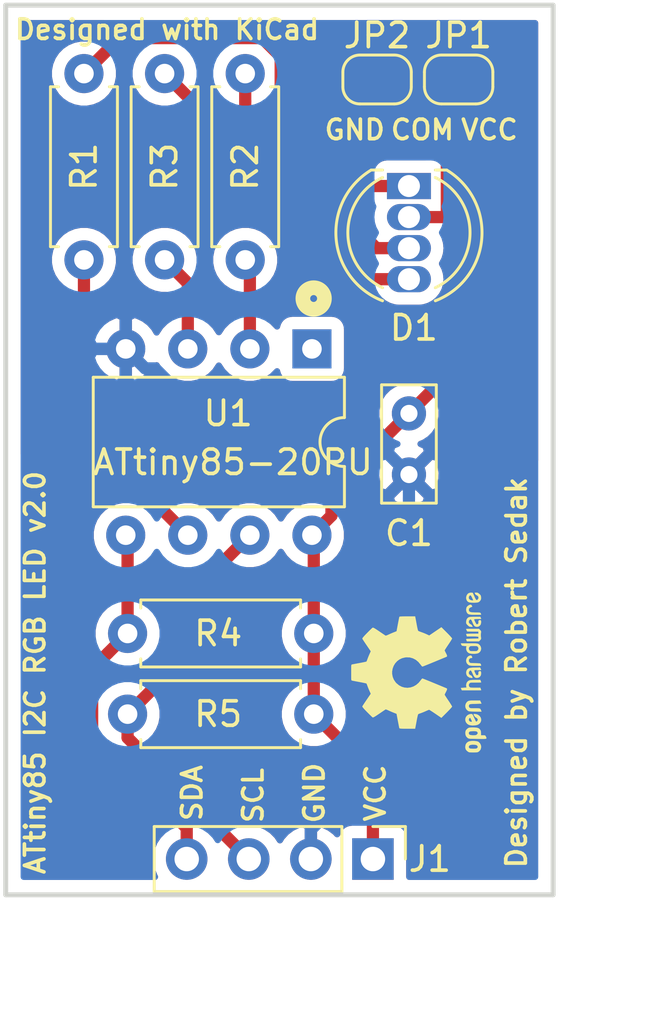
<source format=kicad_pcb>
(kicad_pcb (version 20211014) (generator pcbnew)
  (title_block (title "ATtiny85 I2C RGB LED") (date "2021-10-07") (rev "2.0") (company "Designed by Robert Sedak") (comment 4 "Open Source Hardware (OSHW)"))
  (layers (0 "F.Cu" signal) (31 "B.Cu" signal) (34 "B.Paste" user) (35 "F.Paste" user) (36 "B.SilkS" user "B.Silkscreen") (37 "F.SilkS" user "F.Silkscreen") (38 "B.Mask" user) (39 "F.Mask" user) (44 "Edge.Cuts" user))
  (net 0 "")
  (net 1 "Net-(D1-Pad1)")
  (net 2 "Net-(R3-Pad2)")
  (net 3 "Net-(R2-Pad2)")
  (net 4 "Net-(R1-Pad2)")
  (net 5 "Net-(D1-Pad3)")
  (net 6 "Net-(D1-Pad4)")
  (net 7 "Net-(U1-Pad1)")
  (net 8 "SDA")
  (net 9 "SCL")
  (net 10 "GND")
  (net 11 "VCC")
  (net 12 "Net-(D1-Pad2)")
  (footprint "Resistor_THT:R_Axial_DIN0207_L6.3mm_D2.5mm_P7.62mm_Horizontal" (layer "F.Cu") (at 113.3 113.5 -90)
    (fp_text reference "R3" (at 3.81 0 -90) (layer "F.SilkS"))
    (fp_text value "560R")
    (fp_line (start 7.08 -1.37) (end 7.08 -1.04) (layer "F.SilkS") (width 0.12))
    (fp_line (start 7.08 1.37) (end 7.08 1.04) (layer "F.SilkS") (width 0.12))
    (fp_line (start 0.54 -1.04) (end 0.54 -1.37) (layer "F.SilkS") (width 0.12))
    (fp_line (start 0.54 1.37) (end 7.08 1.37) (layer "F.SilkS") (width 0.12))
    (fp_line (start 0.54 1.04) (end 0.54 1.37) (layer "F.SilkS") (width 0.12))
    (fp_line (start 0.54 -1.37) (end 7.08 -1.37) (layer "F.SilkS") (width 0.12))
    (pad "1" thru_hole circle locked (at 0 0 270) (size 1.6 1.6) (drill 0.8) (layers *.Cu *.Mask) (net 6 "Net-(D1-Pad4)"))
    (pad "2" thru_hole oval locked (at 7.62 0 270) (size 1.6 1.6) (drill 0.8) (layers *.Cu *.Mask) (net 2 "Net-(R3-Pad2)"))
  )
  (footprint "Resistor_THT:R_Axial_DIN0207_L6.3mm_D2.5mm_P7.62mm_Horizontal" (layer "F.Cu") (at 116.6 113.5 -90)
    (fp_text reference "R2" (at 3.81 0 -90) (layer "F.SilkS"))
    (fp_text value "620R")
    (fp_line (start 0.54 -1.37) (end 7.08 -1.37) (layer "F.SilkS") (width 0.12))
    (fp_line (start 7.08 1.37) (end 7.08 1.04) (layer "F.SilkS") (width 0.12))
    (fp_line (start 0.54 1.04) (end 0.54 1.37) (layer "F.SilkS") (width 0.12))
    (fp_line (start 7.08 -1.37) (end 7.08 -1.04) (layer "F.SilkS") (width 0.12))
    (fp_line (start 0.54 -1.04) (end 0.54 -1.37) (layer "F.SilkS") (width 0.12))
    (fp_line (start 0.54 1.37) (end 7.08 1.37) (layer "F.SilkS") (width 0.12))
    (pad "1" thru_hole circle locked (at 0 0 270) (size 1.6 1.6) (drill 0.8) (layers *.Cu *.Mask) (net 5 "Net-(D1-Pad3)"))
    (pad "2" thru_hole oval locked (at 7.62 0 270) (size 1.6 1.6) (drill 0.8) (layers *.Cu *.Mask) (net 3 "Net-(R2-Pad2)"))
  )
  (footprint "Resistor_THT:R_Axial_DIN0207_L6.3mm_D2.5mm_P7.62mm_Horizontal" (layer "F.Cu") (at 110 113.5 -90)
    (fp_text reference "R1" (at 3.81 0 -90) (layer "F.SilkS"))
    (fp_text value "560R")
    (fp_line (start 7.08 1.37) (end 7.08 1.04) (layer "F.SilkS") (width 0.12))
    (fp_line (start 7.08 -1.37) (end 7.08 -1.04) (layer "F.SilkS") (width 0.12))
    (fp_line (start 0.54 1.37) (end 7.08 1.37) (layer "F.SilkS") (width 0.12))
    (fp_line (start 0.54 -1.37) (end 7.08 -1.37) (layer "F.SilkS") (width 0.12))
    (fp_line (start 0.54 -1.04) (end 0.54 -1.37) (layer "F.SilkS") (width 0.12))
    (fp_line (start 0.54 1.04) (end 0.54 1.37) (layer "F.SilkS") (width 0.12))
    (pad "1" thru_hole circle locked (at 0 0 270) (size 1.6 1.6) (drill 0.8) (layers *.Cu *.Mask) (net 1 "Net-(D1-Pad1)"))
    (pad "2" thru_hole oval locked (at 7.62 0 270) (size 1.6 1.6) (drill 0.8) (layers *.Cu *.Mask) (net 4 "Net-(R1-Pad2)"))
  )
  (footprint "Package_DIP:DIP-8_W7.62mm" (layer "F.Cu") (at 119.33 124.76 -90)
    (fp_text reference "U1" (at 2.64 3.43) (layer "F.SilkS"))
    (fp_text value "ATtiny85-20PU" (at 4.64 3.23) (layer "F.SilkS"))
    (fp_line (start 2.81 -1.33) (end 1.16 -1.33) (layer "F.SilkS") (width 0.12))
    (fp_line (start 6.46 8.95) (end 6.46 -1.33) (layer "F.SilkS") (width 0.12))
    (fp_line (start 1.16 -1.33) (end 1.16 8.95) (layer "F.SilkS") (width 0.12))
    (fp_line (start 6.46 -1.33) (end 4.81 -1.33) (layer "F.SilkS") (width 0.12))
    (fp_line (start 1.16 8.95) (end 6.46 8.95) (layer "F.SilkS") (width 0.12))
    (fp_arc (start 4.81 -1.33) (mid 3.81 -0.33) (end 2.81 -1.33) (layer "F.SilkS") (width 0.12))
    (pad "1" thru_hole rect locked (at 0 0 270) (size 1.6 1.6) (drill 0.8) (layers *.Cu *.Mask) (net 7 "Net-(U1-Pad1)"))
    (pad "2" thru_hole oval locked (at 0 2.54 270) (size 1.6 1.6) (drill 0.8) (layers *.Cu *.Mask) (net 3 "Net-(R2-Pad2)"))
    (pad "3" thru_hole oval locked (at 0 5.08 270) (size 1.6 1.6) (drill 0.8) (layers *.Cu *.Mask) (net 2 "Net-(R3-Pad2)"))
    (pad "4" thru_hole oval locked (at 0 7.62 270) (size 1.6 1.6) (drill 0.8) (layers *.Cu *.Mask) (net 10 "GND"))
    (pad "5" thru_hole oval locked (at 7.62 7.62 270) (size 1.6 1.6) (drill 0.8) (layers *.Cu *.Mask) (net 8 "SDA"))
    (pad "6" thru_hole oval locked (at 7.62 5.08 270) (size 1.6 1.6) (drill 0.8) (layers *.Cu *.Mask) (net 4 "Net-(R1-Pad2)"))
    (pad "7" thru_hole oval locked (at 7.62 2.54 270) (size 1.6 1.6) (drill 0.8) (layers *.Cu *.Mask) (net 9 "SCL"))
    (pad "8" thru_hole oval locked (at 7.62 0 270) (size 1.6 1.6) (drill 0.8) (layers *.Cu *.Mask) (net 11 "VCC"))
  )
  (footprint "Capacitor_THT:C_Rect_L4.6mm_W2.0mm_P2.50mm_MKS02_FKP02" (layer "F.Cu") (at 123.3 127.4 -90)
    (fp_text reference "C1" (at 4.9 0) (layer "F.SilkS"))
    (fp_text value "0.1uF")
    (fp_line (start -1.17 -1.12) (end 3.67 -1.12) (layer "F.SilkS") (width 0.12))
    (fp_line (start -1.17 1.12) (end 3.67 1.12) (layer "F.SilkS") (width 0.12))
    (fp_line (start -1.17 -1.12) (end -1.17 1.12) (layer "F.SilkS") (width 0.12))
    (fp_line (start 3.67 -1.12) (end 3.67 1.12) (layer "F.SilkS") (width 0.12))
    (pad "1" thru_hole circle locked (at 0 0 270) (size 1.4 1.4) (drill 0.7) (layers *.Cu *.Mask) (net 11 "VCC"))
    (pad "2" thru_hole circle locked (at 2.5 0 270) (size 1.4 1.4) (drill 0.7) (layers *.Cu *.Mask) (net 10 "GND"))
  )
  (footprint "LED_THT:LED_D5.0mm-4_RGB" (layer "F.Cu") (at 123.3 118.1 -90)
    (fp_text reference "D1" (at 5.8 -0.2) (layer "F.SilkS"))
    (fp_text value "LED_RCGB")
    (fp_line (start -0.655 -1.545) (end -0.655 -1.08) (layer "F.SilkS") (width 0.12))
    (fp_line (start -0.655 1.08) (end -0.655 1.545) (layer "F.SilkS") (width 0.12))
    (fp_arc (start 4.692815 1.080827) (mid 2.163456 2.978808) (end -0.655 1.54483) (layer "F.SilkS") (width 0.12))
    (fp_arc (start -0.349684 -1.08) (mid 1.904762 -2.5) (end 4.159479 -1.080429) (layer "F.SilkS") (width 0.12))
    (fp_arc (start -0.655 -1.54483) (mid 2.163456 -2.978809) (end 4.692815 -1.080827) (layer "F.SilkS") (width 0.12))
    (fp_arc (start 4.159479 1.080429) (mid 1.904762 2.5) (end -0.349684 1.08) (layer "F.SilkS") (width 0.12))
    (pad "1" thru_hole rect locked (at 0 0 270) (size 1.07 1.8) (drill 0.9) (layers *.Cu *.Mask) (net 1 "Net-(D1-Pad1)"))
    (pad "2" thru_hole oval locked (at 1.27 0 270) (size 1.07 1.8) (drill 0.9) (layers *.Cu *.Mask) (net 12 "Net-(D1-Pad2)"))
    (pad "3" thru_hole oval locked (at 2.54 0 270) (size 1.07 1.8) (drill 0.9) (layers *.Cu *.Mask) (net 5 "Net-(D1-Pad3)"))
    (pad "4" thru_hole oval locked (at 3.81 0 270) (size 1.07 1.8) (drill 0.9) (layers *.Cu *.Mask) (net 6 "Net-(D1-Pad4)"))
  )
  (footprint "Connector_PinHeader_2.54mm:PinHeader_1x04_P2.54mm_Vertical" (layer "F.Cu") (at 121.8254 145.6264 -90)
    (fp_text reference "J1" (at 0 -2.33) (layer "F.SilkS"))
    (fp_text value "Conn_01x04_Male")
    (fp_line (start -1.33 8.95) (end 1.33 8.95) (layer "F.SilkS") (width 0.12))
    (fp_line (start 1.33 1.27) (end 1.33 8.95) (layer "F.SilkS") (width 0.12))
    (fp_line (start -1.33 1.27) (end 1.33 1.27) (layer "F.SilkS") (width 0.12))
    (fp_line (start -1.33 0) (end -1.33 -1.33) (layer "F.SilkS") (width 0.12))
    (fp_line (start -1.33 1.27) (end -1.33 8.95) (layer "F.SilkS") (width 0.12))
    (fp_line (start -1.33 -1.33) (end 0 -1.33) (layer "F.SilkS") (width 0.12))
    (pad "1" thru_hole rect locked (at 0 0 270) (size 1.7 1.7) (drill 1) (layers *.Cu *.Mask) (net 11 "VCC"))
    (pad "2" thru_hole oval locked (at 0 2.54 270) (size 1.7 1.7) (drill 1) (layers *.Cu *.Mask) (net 10 "GND"))
    (pad "3" thru_hole oval locked (at 0 5.08 270) (size 1.7 1.7) (drill 1) (layers *.Cu *.Mask) (net 9 "SCL"))
    (pad "4" thru_hole oval locked (at 0 7.62 270) (size 1.7 1.7) (drill 1) (layers *.Cu *.Mask) (net 8 "SDA"))
  )
  (footprint "Resistor_THT:R_Axial_DIN0207_L6.3mm_D2.5mm_P7.62mm_Horizontal" (layer "F.Cu") (at 111.7854 136.4)
    (fp_text reference "R4" (at 3.7084 0) (layer "F.SilkS"))
    (fp_text value "4.7K")
    (fp_line (start 0.54 -1.37) (end 7.08 -1.37) (layer "F.SilkS") (width 0.12))
    (fp_line (start 0.54 1.37) (end 7.08 1.37) (layer "F.SilkS") (width 0.12))
    (fp_line (start 0.54 1.04) (end 0.54 1.37) (layer "F.SilkS") (width 0.12))
    (fp_line (start 7.08 1.37) (end 7.08 1.04) (layer "F.SilkS") (width 0.12))
    (fp_line (start 0.54 -1.04) (end 0.54 -1.37) (layer "F.SilkS") (width 0.12))
    (fp_line (start 7.08 -1.37) (end 7.08 -1.04) (layer "F.SilkS") (width 0.12))
    (pad "1" thru_hole circle locked (at 0 0) (size 1.6 1.6) (drill 0.8) (layers *.Cu *.Mask) (net 8 "SDA"))
    (pad "2" thru_hole oval locked (at 7.62 0) (size 1.6 1.6) (drill 0.8) (layers *.Cu *.Mask) (net 11 "VCC"))
  )
  (footprint "Resistor_THT:R_Axial_DIN0207_L6.3mm_D2.5mm_P7.62mm_Horizontal" (layer "F.Cu") (at 111.7854 139.7)
    (fp_text reference "R5" (at 3.7084 0) (layer "F.SilkS"))
    (fp_text value "4.7K")
    (fp_line (start 7.08 1.37) (end 7.08 1.04) (layer "F.SilkS") (width 0.12))
    (fp_line (start 0.54 -1.04) (end 0.54 -1.37) (layer "F.SilkS") (width 0.12))
    (fp_line (start 0.54 -1.37) (end 7.08 -1.37) (layer "F.SilkS") (width 0.12))
    (fp_line (start 0.54 1.04) (end 0.54 1.37) (layer "F.SilkS") (width 0.12))
    (fp_line (start 7.08 -1.37) (end 7.08 -1.04) (layer "F.SilkS") (width 0.12))
    (fp_line (start 0.54 1.37) (end 7.08 1.37) (layer "F.SilkS") (width 0.12))
    (pad "1" thru_hole circle locked (at 0 0) (size 1.6 1.6) (drill 0.8) (layers *.Cu *.Mask) (net 9 "SCL"))
    (pad "2" thru_hole oval locked (at 7.62 0) (size 1.6 1.6) (drill 0.8) (layers *.Cu *.Mask) (net 11 "VCC"))
  )
  (footprint "Jumper:SolderJumper-2_P1.3mm_Open_RoundedPad1.0x1.5mm" (layer "F.Cu") (at 125.334 113.7412 180)
    (fp_text reference "JP1" (at 0 1.8 180) (layer "F.SilkS"))
    (fp_text value "SolderJumper_2_Open")
    (fp_line (start 1.4 -0.3) (end 1.4 0.3) (layer "F.SilkS") (width 0.12))
    (fp_line (start -0.7 -1) (end 0.7 -1) (layer "F.SilkS") (width 0.12))
    (fp_line (start -1.4 0.3) (end -1.4 -0.3) (layer "F.SilkS") (width 0.12))
    (fp_line (start 0.7 1) (end -0.7 1) (layer "F.SilkS") (width 0.12))
    (fp_arc (start 1.4 0.3) (mid 1.194975 0.794975) (end 0.7 1) (layer "F.SilkS") (width 0.12))
    (fp_arc (start 0.7 -1) (mid 1.194975 -0.794975) (end 1.4 -0.3) (layer "F.SilkS") (width 0.12))
    (fp_arc (start -1.4 -0.3) (mid -1.194975 -0.794975) (end -0.7 -1) (layer "F.SilkS") (width 0.12))
    (fp_arc (start -0.7 1) (mid -1.194975 0.794975) (end -1.4 0.3) (layer "F.SilkS") (width 0.12))
    (pad "1" smd custom locked (at -0.65 0 180) (size 1 0.5) (layers "F.Cu" "F.Mask") (net 11 "VCC") (options (clearance outline) (anchor rect)) (primitives (gr_circle (center 0 0.25) (end 0.5 0.25) (width 0) (fill yes)) (gr_circle (center 0 -0.25) (end 0.5 -0.25) (width 0) (fill yes)) (gr_poly (pts (xy 0 -0.75) (xy 0.5 -0.75) (xy 0.5 0.75) (xy 0 0.75)) (width 0) (fill yes))))
    (pad "2" smd custom locked (at 0.65 0 180) (size 1 0.5) (layers "F.Cu" "F.Mask") (net 12 "Net-(D1-Pad2)") (options (clearance outline) (anchor rect)) (primitives (gr_circle (center 0 0.25) (end 0.5 0.25) (width 0) (fill yes)) (gr_circle (center 0 -0.25) (end 0.5 -0.25) (width 0) (fill yes)) (gr_poly (pts (xy 0 -0.75) (xy -0.5 -0.75) (xy -0.5 0.75) (xy 0 0.75)) (width 0) (fill yes))))
  )
  (footprint "Jumper:SolderJumper-2_P1.3mm_Open_RoundedPad1.0x1.5mm" (layer "F.Cu") (at 121.9962 113.7412 180)
    (fp_text reference "JP2" (at 0 1.8 180) (layer "F.SilkS"))
    (fp_text value "SolderJumper_2_Open")
    (fp_line (start 1.4 -0.3) (end 1.4 0.3) (layer "F.SilkS") (width 0.12))
    (fp_line (start 0.7 1) (end -0.7 1) (layer "F.SilkS") (width 0.12))
    (fp_line (start -0.7 -1) (end 0.7 -1) (layer "F.SilkS") (width 0.12))
    (fp_line (start -1.4 0.3) (end -1.4 -0.3) (layer "F.SilkS") (width 0.12))
    (fp_arc (start -1.4 -0.3) (mid -1.194975 -0.794975) (end -0.7 -1) (layer "F.SilkS") (width 0.12))
    (fp_arc (start 1.4 0.3) (mid 1.194975 0.794975) (end 0.7 1) (layer "F.SilkS") (width 0.12))
    (fp_arc (start -0.7 1) (mid -1.194975 0.794975) (end -1.4 0.3) (layer "F.SilkS") (width 0.12))
    (fp_arc (start 0.7 -1) (mid 1.194975 -0.794975) (end 1.4 -0.3) (layer "F.SilkS") (width 0.12))
    (pad "1" smd custom locked (at -0.65 0 180) (size 1 0.5) (layers "F.Cu" "F.Mask") (net 12 "Net-(D1-Pad2)") (options (clearance outline) (anchor rect)) (primitives (gr_circle (center 0 0.25) (end 0.5 0.25) (width 0) (fill yes)) (gr_circle (center 0 -0.25) (end 0.5 -0.25) (width 0) (fill yes)) (gr_poly (pts (xy 0 -0.75) (xy 0.5 -0.75) (xy 0.5 0.75) (xy 0 0.75)) (width 0) (fill yes))))
    (pad "2" smd custom locked (at 0.65 0 180) (size 1 0.5) (layers "F.Cu" "F.Mask") (net 10 "GND") (options (clearance outline) (anchor rect)) (primitives (gr_circle (center 0 0.25) (end 0.5 0.25) (width 0) (fill yes)) (gr_circle (center 0 -0.25) (end 0.5 -0.25) (width 0) (fill yes)) (gr_poly (pts (xy 0 -0.75) (xy -0.5 -0.75) (xy -0.5 0.75) (xy 0 0.75)) (width 0) (fill yes))))
  )
  (footprint "Symbol:OSHW-Logo2_7.3x6mm_SilkScreen" (layer "F.Cu") (at 123.698 137.9982 90)
    (fp_text reference "REF**" hide)
    (fp_text value "OSHW-Logo2_7.3x6mm_SilkScreen" hide)
    (fp_poly (pts (xy -2.400256 1.919918) (xy -2.344799 1.947568) (xy -2.295852 1.99848) (xy -2.282371 2.017338) (xy -2.267686 2.042015) (xy -2.258158 2.068816) (xy -2.252707 2.104587) (xy -2.250253 2.156169) (xy -2.249714 2.224267) (xy -2.252148 2.317588) (xy -2.260606 2.387657) (xy -2.276826 2.439931) (xy -2.302546 2.479869) (xy -2.339503 2.512929) (xy -2.342218 2.514886) (xy -2.37864 2.534908) (xy -2.422498 2.544815) (xy -2.478276 2.547257) (xy -2.568952 2.547257) (xy -2.56899 2.635283) (xy -2.569834 2.684308) (xy -2.574976 2.713065) (xy -2.588413 2.730311) (xy -2.614142 2.744808) (xy -2.620321 2.747769) (xy -2.649236 2.761648) (xy -2.671624 2.770414) (xy -2.688271 2.771171) (xy -2.699964 2.761023) (xy -2.70749 2.737073) (xy -2.711634 2.696426) (xy -2.713185 2.636186) (xy -2.712929 2.553455) (xy -2.711651 2.445339) (xy -2.711252 2.413) (xy -2.709815 2.301524) (xy -2.708528 2.228603) (xy -2.569029 2.228603) (xy -2.568245 2.290499) (xy -2.56476 2.330997) (xy -2.556876 2.357708) (xy -2.542895 2.378244) (xy -2.533403 2.38826) (xy -2.494596 2.417567) (xy -2.460237 2.419952) (xy -2.424784 2.39575) (xy -2.423886 2.394857) (xy -2.409461 2.376153) (xy -2.400687 2.350732) (xy -2.396261 2.311584) (xy -2.394882 2.251697) (xy -2.394857 2.23843) (xy -2.398188 2.155901) (xy -2.409031 2.098691) (xy -2.42866 2.063766) (xy -2.45835 2.048094) (xy -2.475509 2.046514) (xy -2.516234 2.053926) (xy -2.544168 2.07833) (xy -2.560983 2.12298) (xy -2.56835 2.19113) (xy -2.569029 2.228603) (xy -2.708528 2.228603) (xy -2.708292 2.215245) (xy -2.706323 2.150333) (xy -2.70355 2.102958) (xy -2.699612 2.06929) (xy -2.694151 2.045498) (xy -2.686808 2.027753) (xy -2.677223 2.012224) (xy -2.673113 2.006381) (xy -2.618595 1.951185) (xy -2.549664 1.91989) (xy -2.469928 1.911165) (xy -2.400256 1.919918)) (layer "F.SilkS") (width 0.01) (fill solid))
    (fp_poly (pts (xy -0.624114 1.851289) (xy -0.619861 1.910613) (xy -0.614975 1.945572) (xy -0.608205 1.96082) (xy -0.598298 1.961015) (xy -0.595086 1.959195) (xy -0.552356 1.946015) (xy -0.496773 1.946785) (xy -0.440263 1.960333) (xy -0.404918 1.977861) (xy -0.368679 2.005861) (xy -0.342187 2.037549) (xy -0.324001 2.077813) (xy -0.312678 2.131543) (xy -0.306778 2.203626) (xy -0.304857 2.298951) (xy -0.304823 2.317237) (xy -0.3048 2.522646) (xy -0.350509 2.53858) (xy -0.382973 2.54942) (xy -0.400785 2.554468) (xy -0.401309 2.554514) (xy -0.403063 2.540828) (xy -0.404556 2.503076) (xy -0.405674 2.446224) (xy -0.406303 2.375234) (xy -0.4064 2.332073) (xy -0.406602 2.246973) (xy -0.407642 2.185981) (xy -0.410169 2.144177) (xy -0.414836 2.116642) (xy -0.422293 2.098456) (xy -0.433189 2.084698) (xy -0.439993 2.078073) (xy -0.486728 2.051375) (xy -0.537728 2.049375) (xy -0.583999 2.071955) (xy -0.592556 2.080107) (xy -0.605107 2.095436) (xy -0.613812 2.113618) (xy -0.619369 2.139909) (xy -0.622474 2.179562) (xy -0.623824 2.237832) (xy -0.624114 2.318173) (xy -0.624114 2.522646) (xy -0.669823 2.53858) (xy -0.702287 2.54942) (xy -0.720099 2.554468) (xy -0.720623 2.554514) (xy -0.721963 2.540623) (xy -0.723172 2.501439) (xy -0.724199 2.4407) (xy -0.724998 2.362141) (xy -0.725519 2.269498) (xy -0.725714 2.166509) (xy -0.725714 1.769342) (xy -0.678543 1.749444) (xy -0.631371 1.729547) (xy -0.624114 1.851289)) (layer "F.SilkS") (width 0.01) (fill solid))
    (fp_poly (pts (xy 2.6526 1.958752) (xy 2.669948 1.966334) (xy 2.711356 1.999128) (xy 2.746765 2.046547) (xy 2.768664 2.097151) (xy 2.772229 2.122098) (xy 2.760279 2.156927) (xy 2.734067 2.175357) (xy 2.705964 2.186516) (xy 2.693095 2.188572) (xy 2.686829 2.173649) (xy 2.674456 2.141175) (xy 2.669028 2.126502) (xy 2.63859 2.075744) (xy 2.59452 2.050427) (xy 2.53801 2.051206) (xy 2.533825 2.052203) (xy 2.503655 2.066507) (xy 2.481476 2.094393) (xy 2.466327 2.139287) (xy 2.45725 2.204615) (xy 2.453286 2.293804) (xy 2.452914 2.341261) (xy 2.45273 2.416071) (xy 2.451522 2.467069) (xy 2.448309 2.499471) (xy 2.442109 2.518495) (xy 2.43194 2.529356) (xy 2.416819 2.537272) (xy 2.415946 2.53767) (xy 2.386828 2.549981) (xy 2.372403 2.554514) (xy 2.370186 2.540809) (xy 2.368289 2.502925) (xy 2.366847 2.445715) (xy 2.365998 2.374027) (xy 2.365829 2.321565) (xy 2.366692 2.220047) (xy 2.37007 2.143032) (xy 2.377142 2.086023) (xy 2.389088 2.044526) (xy 2.40709 2.014043) (xy 2.432327 1.99008) (xy 2.457247 1.973355) (xy 2.517171 1.951097) (xy 2.586911 1.946076) (xy 2.6526 1.958752)) (layer "F.SilkS") (width 0.01) (fill solid))
    (fp_poly (pts (xy 2.144876 1.956335) (xy 2.186667 1.975344) (xy 2.219469 1.998378) (xy 2.243503 2.024133) (xy 2.260097 2.057358) (xy 2.270577 2.1028) (xy 2.276271 2.165207) (xy 2.278507 2.249327) (xy 2.278743 2.304721) (xy 2.278743 2.520826) (xy 2.241774 2.53767) (xy 2.212656 2.549981) (xy 2.198231 2.554514) (xy 2.195472 2.541025) (xy 2.193282 2.504653) (xy 2.191942 2.451542) (xy 2.191657 2.409372) (xy 2.190434 2.348447) (xy 2.187136 2.300115) (xy 2.182321 2.270518) (xy 2.178496 2.264229) (xy 2.152783 2.270652) (xy 2.112418 2.287125) (xy 2.065679 2.309458) (xy 2.020845 2.333457) (xy 1.986193 2.35493) (xy 1.970002 2.369685) (xy 1.969938 2.369845) (xy 1.97133 2.397152) (xy 1.983818 2.423219) (xy 2.005743 2.444392) (xy 2.037743 2.451474) (xy 2.065092 2.450649) (xy 2.103826 2.450042) (xy 2.124158 2.459116) (xy 2.136369 2.483092) (xy 2.137909 2.487613) (xy 2.143203 2.521806) (xy 2.129047 2.542568) (xy 2.092148 2.552462) (xy 2.052289 2.554292) (xy 1.980562 2.540727) (xy 1.943432 2.521355) (xy 1.897576 2.475845) (xy 1.873256 2.419983) (xy 1.871073 2.360957) (xy 1.891629 2.305953) (xy 1.922549 2.271486) (xy 1.95342 2.252189) (xy 2.001942 2.227759) (xy 2.058485 2.202985) (xy 2.06791 2.199199) (xy 2.130019 2.171791) (xy 2.165822 2.147634) (xy 2.177337 2.123619) (xy 2.16658 2.096635) (xy 2.148114 2.075543) (xy 2.104469 2.049572) (xy 2.056446 2.047624) (xy 2.012406 2.067637) (xy 1.980709 2.107551) (xy 1.976549 2.117848) (xy 1.952327 2.155724) (xy 1.916965 2.183842) (xy 1.872343 2.206917) (xy 1.872343 2.141485) (xy 1.874969 2.101506) (xy 1.88623 2.069997) (xy 1.911199 2.036378) (xy 1.935169 2.010484) (xy 1.972441 1.973817) (xy 2.001401 1.954121) (xy 2.032505 1.94622) (xy 2.067713 1.944914) (xy 2.144876 1.956335)) (layer "F.SilkS") (width 0.01) (fill solid))
    (fp_poly (pts (xy 0.039744 1.950968) (xy 0.096616 1.972087) (xy 0.097267 1.972493) (xy 0.13244 1.99838) (xy 0.158407 2.028633) (xy 0.17667 2.068058) (xy 0.188732 2.121462) (xy 0.196096 2.193651) (xy 0.200264 2.289432) (xy 0.200629 2.303078) (xy 0.205876 2.508842) (xy 0.161716 2.531678) (xy 0.129763 2.54711) (xy 0.11047 2.554423) (xy 0.109578 2.554514) (xy 0.106239 2.541022) (xy 0.103587 2.504626) (xy 0.101956 2.451452) (xy 0.1016 2.408393) (xy 0.101592 2.338641) (xy 0.098403 2.294837) (xy 0.087288 2.273944) (xy 0.063501 2.272925) (xy 0.022296 2.288741) (xy -0.039914 2.317815) (xy -0.085659 2.341963) (xy -0.109187 2.362913) (xy -0.116104 2.385747) (xy -0.116114 2.386877) (xy -0.104701 2.426212) (xy -0.070908 2.447462) (xy -0.019191 2.450539) (xy 0.018061 2.450006) (xy 0.037703 2.460735) (xy 0.049952 2.486505) (xy 0.057002 2.519337) (xy 0.046842 2.537966) (xy 0.043017 2.540632) (xy 0.007001 2.55134) (xy -0.043434 2.552856) (xy -0.095374 2.545759) (xy -0.132178 2.532788) (xy -0.183062 2.489585) (xy -0.211986 2.429446) (xy -0.217714 2.382462) (xy -0.213343 2.340082) (xy -0.197525 2.305488) (xy -0.166203 2.274763) (xy -0.115322 2.24399) (xy -0.040824 2.209252) (xy -0.036286 2.207288) (xy 0.030821 2.176287) (xy 0.072232 2.150862) (xy 0.089981 2.128014) (xy 0.086107 2.104745) (xy 0.062643 2.078056) (xy 0.055627 2.071914) (xy 0.00863 2.0481) (xy -0.040067 2.049103) (xy -0.082478 2.072451) (xy -0.110616 2.115675) (xy -0.113231 2.12416) (xy -0.138692 2.165308) (xy -0.170999 2.185128) (xy -0.217714 2.20477) (xy -0.217714 2.15395) (xy -0.203504 2.080082) (xy -0.161325 2.012327) (xy -0.139376 1.989661) (xy -0.089483 1.960569) (xy -0.026033 1.9474) (xy 0.039744 1.950968)) (layer "F.SilkS") (width 0.01) (fill solid))
    (fp_poly (pts (xy 0.529926 1.949755) (xy 0.595858 1.974084) (xy 0.649273 2.017117) (xy 0.670164 2.047409) (xy 0.692939 2.102994) (xy 0.692466 2.143186) (xy 0.668562 2.170217) (xy 0.659717 2.174813) (xy 0.62153 2.189144) (xy 0.602028 2.185472) (xy 0.595422 2.161407) (xy 0.595086 2.148114) (xy 0.582992 2.09921) (xy 0.551471 2.064999) (xy 0.507659 2.048476) (xy 0.458695 2.052634) (xy 0.418894 2.074227) (xy 0.40545 2.086544) (xy 0.395921 2.101487) (xy 0.389485 2.124075) (xy 0.385317 2.159328) (xy 0.382597 2.212266) (xy 0.380502 2.287907) (xy 0.37996 2.311857) (xy 0.377981 2.39379) (xy 0.375731 2.451455) (xy 0.372357 2.489608) (xy 0.367006 2.513004) (xy 0.358824 2.526398) (xy 0.346959 2.534545) (xy 0.339362 2.538144) (xy 0.307102 2.550452) (xy 0.288111 2.554514) (xy 0.281836 2.540948) (xy 0.278006 2.499934) (xy 0.2766 2.430999) (xy 0.277598 2.333669) (xy 0.277908 2.318657) (xy 0.280101 2.229859) (xy 0.282693 2.165019) (xy 0.286382 2.119067) (xy 0.291864 2.086935) (xy 0.299835 2.063553) (xy 0.310993 2.043852) (xy 0.31683 2.03541) (xy 0.350296 1.998057) (xy 0.387727 1.969003) (xy 0.392309 1.966467) (xy 0.459426 1.946443) (xy 0.529926 1.949755)) (layer "F.SilkS") (width 0.01) (fill solid))
    (fp_poly (pts (xy 3.153595 1.966966) (xy 3.211021 2.004497) (xy 3.238719 2.038096) (xy 3.260662 2.099064) (xy 3.262405 2.147308) (xy 3.258457 2.211816) (xy 3.109686 2.276934) (xy 3.037349 2.310202) (xy 2.990084 2.336964) (xy 2.965507 2.360144) (xy 2.961237 2.382667) (xy 2.974889 2.407455) (xy 2.989943 2.423886) (xy 3.033746 2.450235) (xy 3.081389 2.452081) (xy 3.125145 2.431546) (xy 3.157289 2.390752) (xy 3.163038 2.376347) (xy 3.190576 2.331356) (xy 3.222258 2.312182) (xy 3.265714 2.295779) (xy 3.265714 2.357966) (xy 3.261872 2.400283) (xy 3.246823 2.435969) (xy 3.21528 2.476943) (xy 3.210592 2.482267) (xy 3.175506 2.51872) (xy 3.145347 2.538283) (xy 3.107615 2.547283) (xy 3.076335 2.55023) (xy 3.020385 2.550965) (xy 2.980555 2.54166) (xy 2.955708 2.527846) (xy 2.916656 2.497467) (xy 2.889625 2.464613) (xy 2.872517 2.423294) (xy 2.863238 2.367521) (xy 2.859693 2.291305) (xy 2.85941 2.252622) (xy 2.860372 2.206247) (xy 2.948007 2.206247) (xy 2.949023 2.231126) (xy 2.951556 2.2352) (xy 2.968274 2.229665) (xy 3.004249 2.215017) (xy 3.052331 2.19419) (xy 3.062386 2.189714) (xy 3.123152 2.158814) (xy 3.156632 2.131657) (xy 3.16399 2.10622) (xy 3.146391 2.080481) (xy 3.131856 2.069109) (xy 3.07941 2.046364) (xy 3.030322 2.050122) (xy 2.989227 2.077884) (xy 2.960758 2.127152) (xy 2.951631 2.166257) (xy 2.948007 2.206247) (xy 2.860372 2.206247) (xy 2.861285 2.162249) (xy 2.868196 2.095384) (xy 2.881884 2.046695) (xy 2.904096 2.010849) (xy 2.936574 1.982513) (xy 2.950733 1.973355) (xy 3.015053 1.949507) (xy 3.085473 1.948006) (xy 3.153595 1.966966)) (layer "F.SilkS") (width 0.01) (fill solid))
    (fp_poly (pts (xy -2.958885 1.921962) (xy -2.890855 1.957733) (xy -2.840649 2.015301) (xy -2.822815 2.052312) (xy -2.808937 2.107882) (xy -2.801833 2.178096) (xy -2.80116 2.254727) (xy -2.806573 2.329552) (xy -2.81773 2.394342) (xy -2.834286 2.440873) (xy -2.839374 2.448887) (xy -2.899645 2.508707) (xy -2.971231 2.544535) (xy -3.048908 2.55502) (xy -3.127452 2.53881) (xy -3.149311 2.529092) (xy -3.191878 2.499143) (xy -3.229237 2.459433) (xy -3.232768 2.454397) (xy -3.247119 2.430124) (xy -3.256606 2.404178) (xy -3.26221 2.370022) (xy -3.264914 2.321119) (xy -3.265701 2.250935) (xy -3.265714 2.2352) (xy -3.265678 2.230192) (xy -3.120571 2.230192) (xy -3.119727 2.29643) (xy -3.116404 2.340386) (xy -3.109417 2.368779) (xy -3.097584 2.388325) (xy -3.091543 2.394857) (xy -3.056814 2.41968) (xy -3.023097 2.418548) (xy -2.989005 2.397016) (xy -2.968671 2.374029) (xy -2.956629 2.340478) (xy -2.949866 2.287569) (xy -2.949402 2.281399) (xy -2.948248 2.185513) (xy -2.960312 2.114299) (xy -2.98543 2.068194) (xy -3.02344 2.047635) (xy -3.037008 2.046514) (xy -3.072636 2.052152) (xy -3.097006 2.071686) (xy -3.111907 2.109042) (xy -3.119125 2.16815) (xy -3.120571 2.230192) (xy -3.265678 2.230192) (xy -3.265174 2.160413) (xy -3.262904 2.108159) (xy -3.257932 2.071949) (xy -3.249287 2.045299) (xy -3.235995 2.021722) (xy -3.233057 2.017338) (xy -3.183687 1.958249) (xy -3.129891 1.923947) (xy -3.064398 1.910331) (xy -3.042158 1.909665) (xy -2.958885 1.921962)) (layer "F.SilkS") (width 0.01) (fill solid))
    (fp_poly (pts (xy 1.779833 1.958663) (xy 1.782048 1.99685) (xy 1.783784 2.054886) (xy 1.784899 2.12818) (xy 1.785257 2.205055) (xy 1.785257 2.465196) (xy 1.739326 2.511127) (xy 1.707675 2.539429) (xy 1.67989 2.550893) (xy 1.641915 2.550168) (xy 1.62684 2.548321) (xy 1.579726 2.542948) (xy 1.540756 2.539869) (xy 1.531257 2.539585) (xy 1.499233 2.541445) (xy 1.453432 2.546114) (xy 1.435674 2.548321) (xy 1.392057 2.551735) (xy 1.362745 2.54432) (xy 1.33368 2.521427) (xy 1.323188 2.511127) (xy 1.277257 2.465196) (xy 1.277257 1.978602) (xy 1.314226 1.961758) (xy 1.346059 1.949282) (xy 1.364683 1.944914) (xy 1.369458 1.958718) (xy 1.373921 1.997286) (xy 1.377775 2.056356) (xy 1.380722 2.131663) (xy 1.382143 2.195286) (xy 1.386114 2.445657) (xy 1.420759 2.450556) (xy 1.452268 2.447131) (xy 1.467708 2.436041) (xy 1.472023 2.415308) (xy 1.475708 2.371145) (xy 1.478469 2.309146) (xy 1.480012 2.234909) (xy 1.480235 2.196706) (xy 1.480457 1.976783) (xy 1.526166 1.960849) (xy 1.558518 1.950015) (xy 1.576115 1.944962) (xy 1.576623 1.944914) (xy 1.578388 1.958648) (xy 1.580329 1.99673) (xy 1.582282 2.054482) (xy 1.584084 2.127227) (xy 1.585343 2.195286) (xy 1.589314 2.445657) (xy 1.6764 2.445657) (xy 1.680396 2.21724) (xy 1.684392 1.988822) (xy 1.726847 1.966868) (xy 1.758192 1.951793) (xy 1.776744 1.944951) (xy 1.777279 1.944914) (xy 1.779833 1.958663)) (layer "F.SilkS") (width 0.01) (fill solid))
    (fp_poly (pts (xy -1.831697 1.931239) (xy -1.774473 1.969735) (xy -1.730251 2.025335) (xy -1.703833 2.096086) (xy -1.69849 2.148162) (xy -1.699097 2.169893) (xy -1.704178 2.186531) (xy -1.718145 2.201437) (xy -1.745411 2.217973) (xy -1.790388 2.239498) (xy -1.857489 2.269374) (xy -1.857829 2.269524) (xy -1.919593 2.297813) (xy -1.970241 2.322933) (xy -2.004596 2.342179) (xy -2.017482 2.352848) (xy -2.017486 2.352934) (xy -2.006128 2.376166) (xy -1.979569 2.401774) (xy -1.949077 2.420221) (xy -1.93363 2.423886) (xy -1.891485 2.411212) (xy -1.855192 2.379471) (xy -1.837483 2.344572) (xy -1.820448 2.318845) (xy -1.787078 2.289546) (xy -1.747851 2.264235) (xy -1.713244 2.250471) (xy -1.706007 2.249714) (xy -1.697861 2.26216) (xy -1.69737 2.293972) (xy -1.703357 2.336866) (xy -1.714643 2.382558) (xy -1.73005 2.422761) (xy -1.730829 2.424322) (xy -1.777196 2.489062) (xy -1.837289 2.533097) (xy -1.905535 2.554711) (xy -1.976362 2.552185) (xy -2.044196 2.523804) (xy -2.047212 2.521808) (xy -2.100573 2.473448) (xy -2.13566 2.410352) (xy -2.155078 2.327387) (xy -2.157684 2.304078) (xy -2.162299 2.194055) (xy -2.156767 2.142748) (xy -2.017486 2.142748) (xy -2.015676 2.174753) (xy -2.005778 2.184093) (xy -1.981102 2.177105) (xy -1.942205 2.160587) (xy -1.898725 2.139881) (xy -1.897644 2.139333) (xy -1.860791 2.119949) (xy -1.846 2.107013) (xy -1.849647 2.093451) (xy -1.865005 2.075632) (xy -1.904077 2.049845) (xy -1.946154 2.04795) (xy -1.983897 2.066717) (xy -2.009966 2.102915) (xy -2.017486 2.142748) (xy -2.156767 2.142748) (xy -2.152806 2.106027) (xy -2.12845 2.036212) (xy -2.094544 1.987302) (xy -2.033347 1.937878) (xy -1.965937 1.913359) (xy -1.89712 1.911797) (xy -1.831697 1.931239)) (layer "F.SilkS") (width 0.01) (fill solid))
    (fp_poly (pts (xy 1.190117 2.065358) (xy 1.189933 2.173837) (xy 1.189219 2.257287) (xy 1.187675 2.319704) (xy 1.185001 2.365085) (xy 1.180894 2.397429) (xy 1.175055 2.420733) (xy 1.167182 2.438995) (xy 1.161221 2.449418) (xy 1.111855 2.505945) (xy 1.049264 2.541377) (xy 0.980013 2.55409) (xy 0.910668 2.542463) (xy 0.869375 2.521568) (xy 0.826025 2.485422) (xy 0.796481 2.441276) (xy 0.778655 2.383462) (xy 0.770463 2.306313) (xy 0.769302 2.249714) (xy 0.769458 2.245647) (xy 0.870857 2.245647) (xy 0.871476 2.31055) (xy 0.874314 2.353514) (xy 0.88084 2.381622) (xy 0.892523 2.401953) (xy 0.906483 2.417288) (xy 0.953365 2.44689) (xy 1.003701 2.449419) (xy 1.051276 2.424705) (xy 1.054979 2.421356) (xy 1.070783 2.403935) (xy 1.080693 2.383209) (xy 1.086058 2.352362) (xy 1.088228 2.304577) (xy 1.088571 2.251748) (xy 1.087827 2.185381) (xy 1.084748 2.141106) (xy 1.078061 2.112009) (xy 1.066496 2.091173) (xy 1.057013 2.080107) (xy 1.01296 2.052198) (xy 0.962224 2.048843) (xy 0.913796 2.070159) (xy 0.90445 2.078073) (xy 0.88854 2.095647) (xy 0.87861 2.116587) (xy 0.873278 2.147782) (xy 0.871163 2.196122) (xy 0.870857 2.245647) (xy 0.769458 2.245647) (xy 0.77281 2.158568) (xy 0.784726 2.090086) (xy 0.807135 2.0386) (xy 0.842124 1.998443) (xy 0.869375 1.977861) (xy 0.918907 1.955625) (xy 0.976316 1.945304) (xy 1.029682 1.948067) (xy 1.059543 1.959212) (xy 1.071261 1.962383) (xy 1.079037 1.950557) (xy 1.084465 1.918866) (xy 1.088571 1.870593) (xy 1.093067 1.816829) (xy 1.099313 1.784482) (xy 1.110676 1.765985) (xy 1.130528 1.75377) (xy 1.143 1.748362) (xy 1.190171 1.728601) (xy 1.190117 2.065358)) (layer "F.SilkS") (width 0.01) (fill solid))
    (fp_poly (pts (xy 0.10391 -2.757652) (xy 0.182454 -2.757222) (xy 0.239298 -2.756058) (xy 0.278105 -2.753793) (xy 0.302538 -2.75006) (xy 0.316262 -2.744494) (xy 0.32294 -2.736727) (xy 0.326236 -2.726395) (xy 0.326556 -2.725057) (xy 0.331562 -2.700921) (xy 0.340829 -2.653299) (xy 0.353392 -2.587259) (xy 0.368287 -2.507872) (xy 0.384551 -2.420204) (xy 0.385119 -2.417125) (xy 0.40141 -2.331211) (xy 0.416652 -2.255304) (xy 0.429861 -2.193955) (xy 0.440054 -2.151718) (xy 0.446248 -2.133145) (xy 0.446543 -2.132816) (xy 0.464788 -2.123747) (xy 0.502405 -2.108633) (xy 0.551271 -2.090738) (xy 0.551543 -2.090642) (xy 0.613093 -2.067507) (xy 0.685657 -2.038035) (xy 0.754057 -2.008403) (xy 0.757294 -2.006938) (xy 0.868702 -1.956374) (xy 1.115399 -2.12484) (xy 1.191077 -2.176197) (xy 1.259631 -2.222111) (xy 1.317088 -2.25997) (xy 1.359476 -2.287163) (xy 1.382825 -2.301079) (xy 1.385042 -2.302111) (xy 1.40201 -2.297516) (xy 1.433701 -2.275345) (xy 1.481352 -2.234553) (xy 1.546198 -2.174095) (xy 1.612397 -2.109773) (xy 1.676214 -2.046388) (xy 1.733329 -1.988549) (xy 1.780305 -1.939825) (xy 1.813703 -1.90379) (xy 1.830085 -1.884016) (xy 1.830694 -1.882998) (xy 1.832505 -1.869428) (xy 1.825683 -1.847267) (xy 1.80854 -1.813522) (xy 1.779393 -1.7652) (xy 1.736555 -1.699308) (xy 1.679448 -1.614483) (xy 1.628766 -1.539823) (xy 1.583461 -1.47286) (xy 1.54615 -1.417484) (xy 1.519452 -1.37758) (xy 1.505985 -1.357038) (xy 1.505137 -1.355644) (xy 1.506781 -1.335962) (xy 1.519245 -1.297707) (xy 1.540048 -1.248111) (xy 1.547462 -1.232272) (xy 1.579814 -1.16171) (xy 1.614328 -1.081647) (xy 1.642365 -1.012371) (xy 1.662568 -0.960955) (xy 1.678615 -0.921881) (xy 1.687888 -0.901459) (xy 1.689041 -0.899886) (xy 1.706096 -0.897279) (xy 1.746298 -0.890137) (xy 1.804302 -0.879477) (xy 1.874763 -0.866315) (xy 1.952335 -0.851667) (xy 2.031672 -0.836551) (xy 2.107431 -0.821982) (xy 2.174264 -0.808978) (xy 2.226828 -0.798555) (xy 2.259776 -0.79173) (xy 2.267857 -0.789801) (xy 2.276205 -0.785038) (xy 2.282506 -0.774282) (xy 2.287045 -0.753902) (xy 2.290104 -0.720266) (xy 2.291967 -0.669745) (xy 2.292918 -0.598708) (xy 2.29324 -0.503524) (xy 2.293257 -0.464508) (xy 2.293257 -0.147201) (xy 2.217057 -0.132161) (xy 2.174663 -0.124005) (xy 2.1114 -0.112101) (xy 2.034962 -0.097884) (xy 1.953043 -0.08279) (xy 1.9304 -0.078645) (xy 1.854806 -0.063947) (xy 1.788953 -0.049495) (xy 1.738366 -0.036625) (xy 1.708574 -0.026678) (xy 1.703612 -0.023713) (xy 1.691426 -0.002717) (xy 1.673953 0.037967) (xy 1.654577 0.090322) (xy 1.650734 0.1016) (xy 1.625339 0.171523) (xy 1.593817 0.250418) (xy 1.562969 0.321266) (xy 1.562817 0.321595) (xy 1.511447 0.432733) (xy 1.680399 0.681253) (xy 1.849352 0.929772) (xy 1.632429 1.147058) (xy 1.566819 1.211726) (xy 1.506979 1.268733) (xy 1.456267 1.315033) (xy 1.418046 1.347584) (xy 1.395675 1.363343) (xy 1.392466 1.364343) (xy 1.373626 1.356469) (xy 1.33518 1.334578) (xy 1.28133 1.301267) (xy 1.216276 1.259131) (xy 1.14594 1.211943) (xy 1.074555 1.16381) (xy 1.010908 1.121928) (xy 0.959041 1.088871) (xy 0.922995 1.067218) (xy 0.906867 1.059543) (xy 0.887189 1.066037) (xy 0.849875 1.08315) (xy 0.802621 1.107326) (xy 0.797612 1.110013) (xy 0.733977 1.141927) (xy 0.690341 1.157579) (xy 0.663202 1.157745) (xy 0.649057 1.143204) (xy 0.648975 1.143) (xy 0.641905 1.125779) (xy 0.625042 1.084899) (xy 0.599695 1.023525) (xy 0.567171 0.944819) (xy 0.528778 0.851947) (xy 0.485822 0.748072) (xy 0.444222 0.647502) (xy 0.398504 0.536516) (xy 0.356526 0.433703) (xy 0.319548 0.342215) (xy 0.288827 0.265201) (xy 0.265622 0.205815) (xy 0.25119 0.167209) (xy 0.246743 0.1528) (xy 0.257896 0.136272) (xy 0.287069 0.10993) (xy 0.325971 0.080887) (xy 0.436757 -0.010961) (xy 0.523351 -0.116241) (xy 0.584716 -0.232734) (xy 0.619815 -0.358224) (xy 0.627608 -0.490493) (xy 0.621943 -0.551543) (xy 0.591078 -0.678205) (xy 0.53792 -0.790059) (xy 0.465767 -0.885999) (xy 0.377917 -0.964924) (xy 0.277665 -1.02573) (xy 0.16831 -1.067313) (xy 0.053147 -1.088572) (xy -0.064525 -1.088401) (xy -0.18141 -1.065699) (xy -0.294211 -1.019362) (xy -0.399631 -0.948287) (xy -0.443632 -0.908089) (xy -0.528021 -0.804871) (xy -0.586778 -0.692075) (xy -0.620296 -0.57299) (xy -0.628965 -0.450905) (xy -0.613177 -0.329107) (xy -0.573322 -0.210884) (xy -0.509793 -0.099525) (xy -0.422979 0.001684) (xy -0.325971 0.080887) (xy -0.285563 0.111162) (xy -0.257018 0.137219) (xy -0.246743 0.152825) (xy -0.252123 0.169843) (xy -0.267425 0.2105) (xy -0.291388 0.271642) (xy -0.322756 0.350119) (xy -0.360268 0.44278) (xy -0.402667 0.546472) (xy -0.444337 0.647526) (xy -0.49031 0.758607) (xy -0.532893 0.861541) (xy -0.570779 0.953165) (xy -0.60266 1.030316) (xy -0.627229 1.089831) (xy -0.64318 1.128544) (xy -0.64909 1.143) (xy -0.663052 1.157685) (xy -0.69006 1.157642) (xy -0.733587 1.142099) (xy -0.79711 1.110284) (xy -0.797612 1.110013) (xy -0.84544 1.085323) (xy -0.884103 1.067338) (xy -0.905905 1.059614) (xy -0.906867 1.059543) (xy -0.923279 1.067378) (xy -0.959513 1.089165) (xy -1.011526 1.122328) (xy -1.075275 1.164291) (xy -1.14594 1.211943) (xy -1.217884 1.260191) (xy -1.282726 1.302151) (xy -1.336265 1.335227) (xy -1.374303 1.356821) (xy -1.392467 1.364343) (xy -1.409192 1.354457) (xy -1.44282 1.326826) (xy -1.48999 1.284495) (xy -1.547342 1.230505) (xy -1.611516 1.167899) (xy -1.632503 1.146983) (xy -1.849501 0.929623) (xy -1.684332 0.68722) (xy -1.634136 0.612781) (xy -1.590081 0.545972) (xy -1.554638 0.490665) (xy -1.530281 0.450729) (xy -1.519478 0.430036) (xy -1.519162 0.428563) (xy -1.524857 0.409058) (xy -1.540174 0.369822) (xy -1.562463 0.31743) (xy -1.578107 0.282355) (xy -1.607359 0.215201) (xy -1.634906 0.147358) (xy -1.656263 0.090034) (xy -1.662065 0.072572) (xy -1.678548 0.025938) (xy -1.69466 -0.010095) (xy -1.70351 -0.023713) (xy -1.72304 -0.032048) (xy -1.765666 -0.043863) (xy -1.825855 -0.057819) (xy -1.898078 -0.072578) (xy -1.9304 -0.078645) (xy -2.012478 -0.093727) (xy -2.091205 -0.108331) (xy -2.158891 -0.12102) (xy -2.20784 -0.130358) (xy -2.217057 -0.132161) (xy -2.293257 -0.147201) (xy -2.293257 -0.464508) (xy -2.293086 -0.568846) (xy -2.292384 -0.647787) (xy -2.290866 -0.704962) (xy -2.288251 -0.744001) (xy -2.284254 -0.768535) (xy -2.278591 -0.782195) (xy -2.27098 -0.788611) (xy -2.267857 -0.789801) (xy -2.249022 -0.79402) (xy -2.207412 -0.802438) (xy -2.14837 -0.814039) (xy -2.077243 -0.827805) (xy -1.999375 -0.84272) (xy -1.920113 -0.857768) (xy -1.844802 -0.871931) (xy -1.778787 -0.884194) (xy -1.727413 -0.893539) (xy -1.696025 -0.89895) (xy -1.689041 -0.899886) (xy -1.682715 -0.912404) (xy -1.66871 -0.945754) (xy -1.649645 -0.993623) (xy -1.642366 -1.012371) (xy -1.613004 -1.084805) (xy -1.578429 -1.16483) (xy -1.547463 -1.232272) (xy -1.524677 -1.283841) (xy -1.509518 -1.326215) (xy -1.504458 -1.352166) (xy -1.505264 -1.355644) (xy -1.515959 -1.372064) (xy -1.54038 -1.408583) (xy -1.575905 -1.461313) (xy -1.619913 -1.526365) (xy -1.669783 -1.599849) (xy -1.679644 -1.614355) (xy -1.737508 -1.700296) (xy -1.780044 -1.765739) (xy -1.808946 -1.813696) (xy -1.82591 -1.84718) (xy -1.832633 -1.869205) (xy -1.83081 -1.882783) (xy -1.830764 -1.882869) (xy -1.816414 -1.900703) (xy -1.784677 -1.935183) (xy -1.73899 -1.982732) (xy -1.682796 -2.039778) (xy -1.619532 -2.102745) (xy -1.612398 -2.109773) (xy -1.53267 -2.18698) (xy -1.471143 -2.24367) (xy -1.426579 -2.28089) (xy -1.397743 -2.299685) (xy -1.385042 -2.302111) (xy -1.366506 -2.291529) (xy -1.328039 -2.267084) (xy -1.273614 -2.231388) (xy -1.207202 -2.187053) (xy -1.132775 -2.136689) (xy -1.115399 -2.12484) (xy -0.868703 -1.956374) (xy -0.757294 -2.006938) (xy -0.689543 -2.036405) (xy -0.616817 -2.066041) (xy -0.554297 -2.08967) (xy -0.551543 -2.090642) (xy -0.50264 -2.108543) (xy -0.464943 -2.12368) (xy -0.446575 -2.13279) (xy -0.446544 -2.132816) (xy -0.440715 -2.149283) (xy -0.430808 -2.189781) (xy -0.417805 -2.249758) (xy -0.402691 -2.32466) (xy -0.386448 -2.409936) (xy -0.385119 -2.417125) (xy -0.368825 -2.504986) (xy -0.353867 -2.58474) (xy -0.341209 -2.651319) (xy -0.331814 -2.699653) (xy -0.326646 -2.724675) (xy -0.326556 -2.725057) (xy -0.323411 -2.735701) (xy -0.317296 -2.743738) (xy -0.304547 -2.749533) (xy -0.2815 -2.753453) (xy -0.244491 -2.755865) (xy -0.189856 -2.757135) (xy -0.113933 -2.757629) (xy -0.013056 -2.757714) (xy 0 -2.757714) (xy 0.10391 -2.757652)) (layer "F.SilkS") (width 0.01) (fill solid))
    (fp_poly (pts (xy -1.283907 1.92778) (xy -1.237328 1.954723) (xy -1.204943 1.981466) (xy -1.181258 2.009484) (xy -1.164941 2.043748) (xy -1.154661 2.089227) (xy -1.149086 2.150892) (xy -1.146884 2.233711) (xy -1.146629 2.293246) (xy -1.146629 2.512391) (xy -1.208314 2.540044) (xy -1.27 2.567697) (xy -1.277257 2.32767) (xy -1.280256 2.238028) (xy -1.283402 2.172962) (xy -1.287299 2.128026) (xy -1.292553 2.09877) (xy -1.299769 2.080748) (xy -1.30955 2.069511) (xy -1.312688 2.067079) (xy -1.360239 2.048083) (xy -1.408303 2.0556) (xy -1.436914 2.075543) (xy -1.448553 2.089675) (xy -1.456609 2.10822) (xy -1.461729 2.136334) (xy -1.464559 2.179173) (xy -1.465744 2.241895) (xy -1.465943 2.307261) (xy -1.465982 2.389268) (xy -1.467386 2.447316) (xy -1.472086 2.486465) (xy -1.482013 2.51178) (xy -1.499097 2.528323) (xy -1.525268 2.541156) (xy -1.560225 2.554491) (xy -1.598404 2.569007) (xy -1.593859 2.311389) (xy -1.592029 2.218519) (xy -1.589888 2.149889) (xy -1.586819 2.100711) (xy -1.582206 2.066198) (xy -1.575432 2.041562) (xy -1.565881 2.022016) (xy -1.554366 2.00477) (xy -1.49881 1.94968) (xy -1.43102 1.917822) (xy -1.357287 1.910191) (xy -1.283907 1.92778)) (layer "F.SilkS") (width 0.01) (fill solid))
  )
  (gr_circle (center 119.4 122.7) (end 119.5 122.8) (layer "F.SilkS") (width 0.6) (fill none))
  (gr_line (start 106.8 147.0914) (end 129.2 147.0914) (layer "Edge.Cuts") (width 0.2))
  (gr_line (start 129.2 147.0914) (end 129.2 110.7) (layer "Edge.Cuts") (width 0.2))
  (gr_line (start 129.2 110.7) (end 106.8 110.7) (layer "Edge.Cuts") (width 0.2))
  (gr_line (start 106.8 147.0914) (end 106.8 110.7) (layer "Edge.Cuts") (width 0.2))
  (gr_text "Designed by Robert Sedak" (at 127.7 138 90) (layer "F.Cu") (effects (font (size 0.8 0.8))))
  (gr_text "ATtiny85 I2C RGB LED v2.0" (at 108 138 90) (layer "F.Cu") (effects (font (size 0.8 0.8))))
  (gr_text "Designed by Robert Sedak" (at 127.7 138 90) (layer "F.SilkS") (effects (font (size 0.8 0.8))))
  (gr_text "VCC" (at 121.9254 142.9264 90) (layer "F.SilkS") (effects (font (size 0.8 0.8))))
  (gr_text "GND" (at 121.0818 115.8) (layer "F.SilkS") (effects (font (size 0.8 0.8))))
  (gr_text "VCC" (at 126.5936 115.8) (layer "F.SilkS") (effects (font (size 0.8 0.8))))
  (gr_text "COM" (at 123.8504 115.8) (layer "F.SilkS") (effects (font (size 0.8 0.8))))
  (gr_text "SCL" (at 116.9254 143.0264 90) (layer "F.SilkS") (effects (font (size 0.8 0.8))))
  (gr_text "Designed with KiCad" (at 113.4 111.7) (layer "F.SilkS") (effects (font (size 0.8 0.8))))
  (gr_text "SDA" (at 114.4254 142.9264 90) (layer "F.SilkS") (effects (font (size 0.8 0.8))))
  (gr_text "ATtiny85 I2C RGB LED v2.0" (at 108 138 90) (layer "F.SilkS") (effects (font (size 0.8 0.8))))
  (gr_text "GND" (at 119.4254 142.9264 90) (layer "F.SilkS") (effects (font (size 0.8 0.8))))
  (segment (start 117.296001 112.049999) (end 111.450001 112.049999) (width 0.5) (layer "F.Cu") (net 1))
  (segment (start 120.7 118.1) (end 118.950001 116.350001) (width 0.5) (layer "F.Cu") (net 1))
  (segment (start 120.7 118.1) (end 118.0511 115.4511) (width 0.5) (layer "F.Cu") (net 1))
  (segment (start 123.3 118.1) (end 120.7 118.1) (width 0.5) (layer "F.Cu") (net 1))
  (segment (start 118.0511 115.4511) (end 118.0511 112.805098) (width 0.5) (layer "F.Cu") (net 1))
  (segment (start 118.0511 112.805098) (end 117.296001 112.049999) (width 0.5) (layer "F.Cu") (net 1))
  (segment (start 111.450001 112.049999) (end 110 113.5) (width 0.5) (layer "F.Cu") (net 1))
  (segment (start 118.1862 115.5862) (end 120.7 118.1) (width 0.5) (layer "F.Cu") (net 1))
  (segment (start 114.25 124.76) (end 114.25 122.07) (width 0.5) (layer "F.Cu") (net 2))
  (segment (start 114.25 122.07) (end 113.3 121.12) (width 0.5) (layer "F.Cu") (net 2))
  (segment (start 116.79 121.31) (end 116.6 121.12) (width 0.5) (layer "F.Cu") (net 3))
  (segment (start 116.79 124.76) (end 116.79 121.31) (width 0.5) (layer "F.Cu") (net 3))
  (segment (start 114.25 132.38) (end 110 128.13) (width 0.5) (layer "F.Cu") (net 4))
  (segment (start 110 128.13) (end 110 121.12) (width 0.5) (layer "F.Cu") (net 4))
  (segment (start 123.3 120.64) (end 121.967194 120.64) (width 0.5) (layer "F.Cu") (net 5))
  (segment (start 121.967194 120.64) (end 116.6 115.272806) (width 0.5) (layer "F.Cu") (net 5))
  (segment (start 116.6 114.63137) (end 116.6 113.5) (width 0.5) (layer "F.Cu") (net 5))
  (segment (start 116.6 115.272806) (end 116.6 114.63137) (width 0.5) (layer "F.Cu") (net 5))
  (segment (start 121.71 121.91) (end 113.3 113.5) (width 0.5) (layer "F.Cu") (net 6))
  (segment (start 123.3 121.91) (end 121.71 121.91) (width 0.5) (layer "F.Cu") (net 6))
  (segment (start 111.78 132.45) (end 111.71 132.38) (width 0.5) (layer "F.Cu") (net 8))
  (segment (start 114.2054 144.359206) (end 110.335399 140.489205) (width 0.5) (layer "F.Cu") (net 8))
  (segment (start 111.7854 132.4554) (end 111.71 132.38) (width 0.5) (layer "F.Cu") (net 8))
  (segment (start 110.335399 137.850001) (end 110.985401 137.199999) (width 0.5) (layer "F.Cu") (net 8))
  (segment (start 114.2054 145.6264) (end 114.2054 144.359206) (width 0.5) (layer "F.Cu") (net 8))
  (segment (start 111.7854 136.4) (end 111.7854 132.4554) (width 0.5) (layer "F.Cu") (net 8))
  (segment (start 110.335399 140.489205) (end 110.335399 137.850001) (width 0.5) (layer "F.Cu") (net 8))
  (segment (start 110.985401 137.199999) (end 111.7854 136.4) (width 0.5) (layer "F.Cu") (net 8))
  (segment (start 113.6904 137.795) (end 113.6904 135.4796) (width 0.5) (layer "F.Cu") (net 9))
  (segment (start 116.7454 145.6264) (end 111.7854 140.6664) (width 0.5) (layer "F.Cu") (net 9))
  (segment (start 116.72 132.45) (end 116.79 132.38) (width 0.5) (layer "F.Cu") (net 9))
  (segment (start 113.6904 135.4796) (end 116.79 132.38) (width 0.5) (layer "F.Cu") (net 9))
  (segment (start 111.7854 140.6664) (end 111.7854 139.7) (width 0.5) (layer "F.Cu") (net 9))
  (segment (start 111.7854 139.7) (end 113.6904 137.795) (width 0.5) (layer "F.Cu") (net 9))
  (segment (start 121.3462 112.871944) (end 121.3462 112.893608) (width 0.5) (layer "F.Cu") (net 10))
  (segment (start 127.13401 113.018254) (end 126.456946 112.34119) (width 0.5) (layer "F.Cu") (net 10))
  (segment (start 121.876954 112.34119) (end 121.3462 112.871944) (width 0.5) (layer "F.Cu") (net 10))
  (segment (start 119.3554 145.5564) (end 119.4254 145.6264) (width 0.5) (layer "F.Cu") (net 10))
  (segment (start 127.13401 126.06599) (end 127.13401 113.018254) (width 0.5) (layer "F.Cu") (net 10))
  (segment (start 123.3 129.9) (end 127.13401 126.06599) (width 0.5) (layer "F.Cu") (net 10))
  (segment (start 121.3462 112.893608) (end 121.3462 113.7412) (width 0.5) (layer "F.Cu") (net 10))
  (segment (start 126.456946 112.34119) (end 121.876954 112.34119) (width 0.5) (layer "F.Cu") (net 10))
  (segment (start 119.2854 145.6264) (end 119.2854 144.424319) (width 0.5) (layer "B.Cu") (net 10))
  (segment (start 112.903997 125.559999) (end 115.178198 127.8342) (width 0.5) (layer "B.Cu") (net 10))
  (segment (start 123.3 130.889949) (end 123.3 129.9) (width 0.5) (layer "B.Cu") (net 10))
  (segment (start 119.2854 144.424319) (end 123.3 140.409719) (width 0.5) (layer "B.Cu") (net 10))
  (segment (start 112.509999 125.559999) (end 112.903997 125.559999) (width 0.5) (layer "B.Cu") (net 10))
  (segment (start 111.71 124.76) (end 112.509999 125.559999) (width 0.5) (layer "B.Cu") (net 10))
  (segment (start 115.178198 127.8342) (end 121.2342 127.8342) (width 0.5) (layer "B.Cu") (net 10))
  (segment (start 123.3 140.409719) (end 123.3 130.889949) (width 0.5) (layer "B.Cu") (net 10))
  (segment (start 123.3 129.9) (end 121.2342 127.8342) (width 0.5) (layer "B.Cu") (net 10))
  (segment (start 119.33 132.38) (end 120.129999 131.580001) (width 0.5) (layer "F.Cu") (net 11))
  (segment (start 119.4054 136.4) (end 119.4054 132.4554) (width 0.5) (layer "F.Cu") (net 11))
  (segment (start 119.53 132.58) (end 119.33 132.38) (width 0.5) (layer "F.Cu") (net 11))
  (segment (start 120.129999 130.570001) (end 122.600001 128.099999) (width 0.5) (layer "F.Cu") (net 11))
  (segment (start 125.984 124.716) (end 125.984 113.7412) (width 0.5) (layer "F.Cu") (net 11))
  (segment (start 123.3 127.4) (end 125.984 124.716) (width 0.5) (layer "F.Cu") (net 11))
  (segment (start 122.600001 128.099999) (end 123.3 127.4) (width 0.5) (layer "F.Cu") (net 11))
  (segment (start 119.4054 132.4554) (end 119.33 132.38) (width 0.5) (layer "F.Cu") (net 11))
  (segment (start 119.4054 139.7) (end 119.4054 136.4) (width 0.5) (layer "F.Cu") (net 11))
  (segment (start 121.8254 145.6264) (end 121.8254 142.12) (width 0.5) (layer "F.Cu") (net 11))
  (segment (start 120.129999 131.580001) (end 120.129999 130.570001) (width 0.5) (layer "F.Cu") (net 11))
  (segment (start 121.8254 142.12) (end 119.4054 139.7) (width 0.5) (layer "F.Cu") (net 11))
  (segment (start 124.850001 119.219999) (end 124.850001 116.315601) (width 0.5) (layer "F.Cu") (net 12))
  (segment (start 123.6472 114.778) (end 124.684 113.7412) (width 0.5) (layer "F.Cu") (net 12))
  (segment (start 124.850001 116.315601) (end 123.6472 115.1128) (width 0.5) (layer "F.Cu") (net 12))
  (segment (start 124.7 119.37) (end 124.850001 119.219999) (width 0.5) (layer "F.Cu") (net 12))
  (segment (start 123.6472 114.7422) (end 122.6462 113.7412) (width 0.5) (layer "F.Cu") (net 12))
  (segment (start 123.6472 115.1128) (end 123.6472 114.7422) (width 0.5) (layer "F.Cu") (net 12))
  (segment (start 123.6472 115.1128) (end 123.6472 114.778) (width 0.5) (layer "F.Cu") (net 12))
  (segment (start 123.3 119.37) (end 124.7 119.37) (width 0.5) (layer "F.Cu") (net 12))
  (segment (start 123.3 119.37) (end 123.3 119.45499) (width 0.5) (layer "B.Cu") (net 12))
  (zone (net 10) (net_name "GND") (layer "F.Cu") (connect_pads (clearance 0.508)) (min_thickness 0.254) (fill yes (thermal_gap 0.508) (thermal_bridge_width 0.508))
    (polygon (pts (xy 106.6927 110.5408) (xy 106.6659 147.2184) (xy 129.4497 147.2184) (xy 129.4765 110.5408)))
  )
  (zone (net 10) (net_name "GND") (layer "B.Cu") (connect_pads (clearance 0.508)) (min_thickness 0.254) (fill yes (thermal_gap 0.508) (thermal_bridge_width 0.508))
    (polygon (pts (xy 106.5911 110.49) (xy 106.5643 147.1676) (xy 129.3481 147.1676) (xy 129.3749 110.49)))
  )
)
</source>
